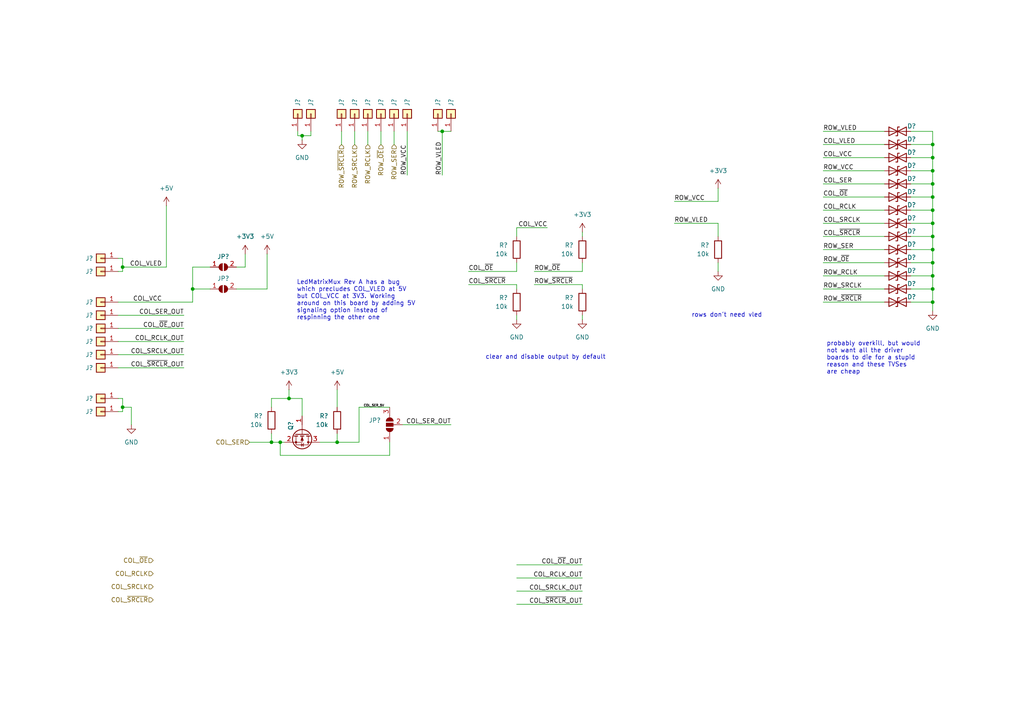
<source format=kicad_sch>
(kicad_sch (version 20231120) (generator "eeschema") (generator_version "8.0")
  (paper "A4")
  (lib_symbols
    (symbol "Connector_Generic:Conn_01x01" (pin_names (offset 1.016) hide)
      (property "Reference" "J" (at 0 2.54 0))
      (property "Value" "Conn_01x01" (at 0 -2.54 0))
      (symbol "Conn_01x01_1_1"
        (rectangle (start -1.27 0.127) (end 0 -0.127) (stroke (width 0.1524)))
        (rectangle (start -1.27 1.27) (end 1.27 -1.27) (stroke (width 0.254)) (fill (type background)))
        (pin passive line (at -5.08 0 0) (length 3.81) (name "Pin_1") (number "1"))
      )
    )
    (symbol "Device:D_TVS" (pin_numbers hide) (pin_names (offset 1.016) hide)
      (property "Reference" "D" (at 0 2.54 0))
      (property "Value" "D_TVS" (at 0 -2.54 0))
      (symbol "D_TVS_0_1"
        (polyline (pts (xy 1.27 0) (xy -1.27 0)))
        (polyline (pts (xy 0.508 1.27) (xy 0 1.27) (xy 0 -1.27) (xy -0.508 -1.27)) (stroke (width 0.254)))
        (polyline (pts (xy -2.54 1.27) (xy -2.54 -1.27) (xy 2.54 1.27) (xy 2.54 -1.27) (xy -2.54 1.27)) (stroke (width 0.254)))
      )
      (symbol "D_TVS_1_1"
        (pin passive line (at -3.81 0 0) (length 2.54) (name "A1") (number "1"))
        (pin passive line (at 3.81 0 180) (length 2.54) (name "A2") (number "2"))
      )
    )
    (symbol "Device:Q_NMOS_GSD" (pin_names (offset 0) hide)
      (property "Reference" "Q" (at 5.08 1.27 0))
      (property "Value" "Q_NMOS_GSD" (at 5.08 -1.27 0))
      (symbol "Q_NMOS_GSD_0_1"
        (polyline (pts (xy 0.254 0) (xy -2.54 0)))
        (polyline (pts (xy 0.254 1.905) (xy 0.254 -1.905)) (stroke (width 0.254)))
        (polyline (pts (xy 0.762 -1.27) (xy 0.762 -2.286)) (stroke (width 0.254)))
        (polyline (pts (xy 0.762 0.508) (xy 0.762 -0.508)) (stroke (width 0.254)))
        (polyline (pts (xy 0.762 2.286) (xy 0.762 1.27)) (stroke (width 0.254)))
        (polyline (pts (xy 2.54 2.54) (xy 2.54 1.778)))
        (polyline (pts (xy 2.54 -2.54) (xy 2.54 0) (xy 0.762 0)))
        (polyline (pts (xy 0.762 -1.778) (xy 3.302 -1.778) (xy 3.302 1.778) (xy 0.762 1.778)))
        (polyline (pts (xy 1.016 0) (xy 2.032 0.381) (xy 2.032 -0.381) (xy 1.016 0)) (fill (type outline)))
        (polyline (pts (xy 2.794 0.508) (xy 2.921 0.381) (xy 3.683 0.381) (xy 3.81 0.254)))
        (polyline (pts (xy 3.302 0.381) (xy 2.921 -0.254) (xy 3.683 -0.254) (xy 3.302 0.381)))
        (circle (center 1.651 0) (radius 2.794) (stroke (width 0.254)))
        (circle (center 2.54 -1.778) (radius 0.254) (fill (type outline)))
        (circle (center 2.54 1.778) (radius 0.254) (fill (type outline)))
      )
      (symbol "Q_NMOS_GSD_1_1"
        (pin input line (at -5.08 0 0) (length 2.54) (name "G") (number "1"))
        (pin passive line (at 2.54 -5.08 90) (length 2.54) (name "S") (number "2"))
        (pin passive line (at 2.54 5.08 270) (length 2.54) (name "D") (number "3"))
      )
    )
    (symbol "Device:R" (pin_numbers hide) (pin_names (offset 0))
      (property "Reference" "R" (at 2.032 0 90))
      (property "Value" "R" (at 0 0 90))
      (symbol "R_0_1"
        (rectangle (start -1.016 -2.54) (end 1.016 2.54) (stroke (width 0.254)))
      )
      (symbol "R_1_1"
        (pin passive line (at 0 3.81 270) (length 1.27) (name "~") (number "1"))
        (pin passive line (at 0 -3.81 90) (length 1.27) (name "~") (number "2"))
      )
    )
    (symbol "Jumper:SolderJumper_2_Open" (pin_names (offset 0) hide)
      (property "Reference" "JP" (at 0 2.032 0))
      (property "Value" "SolderJumper_2_Open" (at 0 -2.54 0))
      (symbol "SolderJumper_2_Open_0_1"
        (arc (start -0.254 1.016) (mid -1.2656 0) (end -0.254 -1.016))
        (arc (start -0.254 1.016) (mid -1.2656 0) (end -0.254 -1.016) (fill (type outline)))
        (polyline (pts (xy -0.254 1.016) (xy -0.254 -1.016)))
        (polyline (pts (xy 0.254 1.016) (xy 0.254 -1.016)))
        (arc (start 0.254 -1.016) (mid 1.2656 0) (end 0.254 1.016))
        (arc (start 0.254 -1.016) (mid 1.2656 0) (end 0.254 1.016) (fill (type outline)))
      )
      (symbol "SolderJumper_2_Open_1_1"
        (pin passive line (at -3.81 0 0) (length 2.54) (name "A") (number "1"))
        (pin passive line (at 3.81 0 180) (length 2.54) (name "B") (number "2"))
      )
    )
    (symbol "Jumper:SolderJumper_3_Open" (pin_names (offset 0) hide)
      (property "Reference" "JP" (at -2.54 -2.54 0))
      (property "Value" "SolderJumper_3_Open" (at 0 2.794 0))
      (symbol "SolderJumper_3_Open_0_1"
        (arc (start -1.016 1.016) (mid -2.0276 0) (end -1.016 -1.016))
        (arc (start -1.016 1.016) (mid -2.0276 0) (end -1.016 -1.016) (fill (type outline)))
        (rectangle (start -0.508 1.016) (end 0.508 -1.016) (fill (type outline)))
        (polyline (pts (xy -2.54 0) (xy -2.032 0)))
        (polyline (pts (xy -1.016 1.016) (xy -1.016 -1.016)))
        (polyline (pts (xy 0 -1.27) (xy 0 -1.016)))
        (polyline (pts (xy 1.016 1.016) (xy 1.016 -1.016)))
        (polyline (pts (xy 2.54 0) (xy 2.032 0)))
        (arc (start 1.016 -1.016) (mid 2.0276 0) (end 1.016 1.016))
        (arc (start 1.016 -1.016) (mid 2.0276 0) (end 1.016 1.016) (fill (type outline)))
      )
      (symbol "SolderJumper_3_Open_1_1"
        (pin passive line (at -5.08 0 0) (length 2.54) (name "A") (number "1"))
        (pin passive line (at 0 -3.81 90) (length 2.54) (name "C") (number "2"))
        (pin passive line (at 5.08 0 180) (length 2.54) (name "B") (number "3"))
      )
    )
    (symbol "power:+3V3" (power) (pin_numbers hide) (pin_names (offset 0) hide)
      (property "Value" "+3V3" (at 0 3.556 0))
      (symbol "+3V3_0_1"
        (polyline (pts (xy -0.762 1.27) (xy 0 2.54)))
        (polyline (pts (xy 0 0) (xy 0 2.54)))
        (polyline (pts (xy 0 2.54) (xy 0.762 1.27)))
      )
      (symbol "+3V3_1_1"
        (pin power_in line (at 0 0 90) (length 0) (name "~") (number "1"))
      )
    )
    (symbol "power:+5V" (power) (pin_numbers hide) (pin_names (offset 0) hide)
      (property "Value" "+5V" (at 0 3.556 0))
      (symbol "+5V_0_1"
        (polyline (pts (xy -0.762 1.27) (xy 0 2.54)))
        (polyline (pts (xy 0 0) (xy 0 2.54)))
        (polyline (pts (xy 0 2.54) (xy 0.762 1.27)))
      )
      (symbol "+5V_1_1"
        (pin power_in line (at 0 0 90) (length 0) (name "~") (number "1"))
      )
    )
    (symbol "power:GND" (power) (pin_numbers hide) (pin_names (offset 0) hide)
      (property "Value" "GND" (at 0 -3.81 0))
      (symbol "GND_0_1"
        (polyline (pts (xy 0 0) (xy 0 -1.27) (xy 1.27 -1.27) (xy 0 -2.54) (xy -1.27 -1.27) (xy 0 -1.27)))
      )
      (symbol "GND_1_1"
        (pin power_in line (at 0 0 270) (length 0) (name "~") (number "1"))
      )
    )
  )
  (junction (at 270.51 53.34))
  (junction (at 270.51 41.91))
  (junction (at 97.79 128.27))
  (junction (at 270.51 68.58))
  (junction (at 270.51 72.39))
  (junction (at 270.51 80.01))
  (junction (at 83.82 115.57))
  (junction (at 78.74 128.27))
  (junction (at 87.63 39.37))
  (junction (at 81.28 128.27))
  (junction (at 270.51 64.77))
  (junction (at 270.51 87.63))
  (junction (at 270.51 60.96))
  (junction (at 270.51 57.15))
  (junction (at 35.56 77.47))
  (junction (at 270.51 76.2))
  (junction (at 270.51 49.53))
  (junction (at 128.27 38.1))
  (junction (at 55.88 83.82))
  (junction (at 35.56 118.11))
  (junction (at 270.51 45.72))
  (junction (at 270.51 83.82))
  (wire (pts (xy 264.16 57.15) (xy 270.51 57.15)))
  (wire (pts (xy 71.12 77.47) (xy 71.12 73.66)))
  (wire (pts (xy 35.56 115.57) (xy 35.56 118.11)))
  (wire (pts (xy 208.28 54.61) (xy 208.28 58.42)))
  (wire (pts (xy 154.94 78.74) (xy 168.91 78.74)))
  (wire (pts (xy 90.17 39.37) (xy 87.63 39.37)))
  (wire (pts (xy 34.29 91.44) (xy 53.34 91.44)))
  (wire (pts (xy 168.91 92.71) (xy 168.91 91.44)))
  (wire (pts (xy 264.16 53.34) (xy 270.51 53.34)))
  (wire (pts (xy 35.56 74.93) (xy 34.29 74.93)))
  (wire (pts (xy 149.86 171.45) (xy 168.91 171.45)))
  (wire (pts (xy 90.17 38.1) (xy 90.17 39.37)))
  (wire (pts (xy 78.74 115.57) (xy 83.82 115.57)))
  (wire (pts (xy 128.27 38.1) (xy 130.81 38.1)))
  (wire (pts (xy 35.56 77.47) (xy 48.26 77.47)))
  (wire (pts (xy 168.91 67.31) (xy 168.91 68.58)))
  (wire (pts (xy 110.49 38.1) (xy 110.49 41.91)))
  (wire (pts (xy 208.28 64.77) (xy 208.28 68.58)))
  (wire (pts (xy 264.16 80.01) (xy 270.51 80.01)))
  (wire (pts (xy 86.36 38.1) (xy 86.36 39.37)))
  (wire (pts (xy 78.74 118.11) (xy 78.74 115.57)))
  (wire (pts (xy 118.11 38.1) (xy 118.11 50.8)))
  (wire (pts (xy 104.14 128.27) (xy 97.79 128.27)))
  (wire (pts (xy 238.76 38.1) (xy 256.54 38.1)))
  (wire (pts (xy 264.16 38.1) (xy 270.51 38.1)))
  (wire (pts (xy 34.29 99.06) (xy 53.34 99.06)))
  (wire (pts (xy 72.39 128.27) (xy 78.74 128.27)))
  (wire (pts (xy 38.1 123.19) (xy 38.1 118.11)))
  (wire (pts (xy 270.51 80.01) (xy 270.51 83.82)))
  (wire (pts (xy 128.27 38.1) (xy 128.27 50.8)))
  (wire (pts (xy 270.51 68.58) (xy 270.51 72.39)))
  (wire (pts (xy 168.91 76.2) (xy 168.91 78.74)))
  (wire (pts (xy 238.76 49.53) (xy 256.54 49.53)))
  (wire (pts (xy 34.29 78.74) (xy 35.56 78.74)))
  (wire (pts (xy 270.51 76.2) (xy 270.51 80.01)))
  (wire (pts (xy 92.71 128.27) (xy 97.79 128.27)))
  (wire (pts (xy 35.56 74.93) (xy 35.56 77.47)))
  (wire (pts (xy 34.29 115.57) (xy 35.56 115.57)))
  (wire (pts (xy 238.76 53.34) (xy 256.54 53.34)))
  (wire (pts (xy 238.76 87.63) (xy 256.54 87.63)))
  (wire (pts (xy 55.88 87.63) (xy 55.88 83.82)))
  (wire (pts (xy 97.79 113.03) (xy 97.79 118.11)))
  (wire (pts (xy 238.76 76.2) (xy 256.54 76.2)))
  (wire (pts (xy 270.51 64.77) (xy 270.51 68.58)))
  (wire (pts (xy 135.89 82.55) (xy 149.86 82.55)))
  (wire (pts (xy 135.89 78.74) (xy 149.86 78.74)))
  (wire (pts (xy 264.16 72.39) (xy 270.51 72.39)))
  (wire (pts (xy 34.29 95.25) (xy 53.34 95.25)))
  (wire (pts (xy 264.16 68.58) (xy 270.51 68.58)))
  (wire (pts (xy 34.29 106.68) (xy 53.34 106.68)))
  (wire (pts (xy 83.82 115.57) (xy 87.63 115.57)))
  (wire (pts (xy 149.86 167.64) (xy 168.91 167.64)))
  (wire (pts (xy 270.51 87.63) (xy 270.51 90.17)))
  (wire (pts (xy 238.76 45.72) (xy 256.54 45.72)))
  (wire (pts (xy 68.58 77.47) (xy 71.12 77.47)))
  (wire (pts (xy 264.16 76.2) (xy 270.51 76.2)))
  (wire (pts (xy 154.94 82.55) (xy 168.91 82.55)))
  (wire (pts (xy 99.06 38.1) (xy 99.06 41.91)))
  (wire (pts (xy 127 38.1) (xy 128.27 38.1)))
  (wire (pts (xy 149.86 76.2) (xy 149.86 78.74)))
  (wire (pts (xy 149.86 82.55) (xy 149.86 83.82)))
  (wire (pts (xy 238.76 41.91) (xy 256.54 41.91)))
  (wire (pts (xy 81.28 132.08) (xy 81.28 128.27)))
  (wire (pts (xy 78.74 125.73) (xy 78.74 128.27)))
  (wire (pts (xy 78.74 128.27) (xy 81.28 128.27)))
  (wire (pts (xy 238.76 68.58) (xy 256.54 68.58)))
  (wire (pts (xy 149.86 163.83) (xy 168.91 163.83)))
  (wire (pts (xy 83.82 113.03) (xy 83.82 115.57)))
  (wire (pts (xy 114.3 38.1) (xy 114.3 41.91)))
  (wire (pts (xy 35.56 118.11) (xy 35.56 119.38)))
  (wire (pts (xy 149.86 175.26) (xy 168.91 175.26)))
  (wire (pts (xy 270.51 41.91) (xy 270.51 45.72)))
  (wire (pts (xy 149.86 92.71) (xy 149.86 91.44)))
  (wire (pts (xy 238.76 57.15) (xy 256.54 57.15)))
  (wire (pts (xy 238.76 83.82) (xy 256.54 83.82)))
  (wire (pts (xy 55.88 83.82) (xy 55.88 77.47)))
  (wire (pts (xy 113.03 118.11) (xy 104.14 118.11)))
  (wire (pts (xy 77.47 83.82) (xy 77.47 73.66)))
  (wire (pts (xy 116.84 123.19) (xy 130.81 123.19)))
  (wire (pts (xy 87.63 115.57) (xy 87.63 120.65)))
  (wire (pts (xy 113.03 128.27) (xy 113.03 132.08)))
  (wire (pts (xy 34.29 102.87) (xy 53.34 102.87)))
  (wire (pts (xy 87.63 40.64) (xy 87.63 39.37)))
  (wire (pts (xy 264.16 41.91) (xy 270.51 41.91)))
  (wire (pts (xy 238.76 60.96) (xy 256.54 60.96)))
  (wire (pts (xy 238.76 64.77) (xy 256.54 64.77)))
  (wire (pts (xy 87.63 39.37) (xy 86.36 39.37)))
  (wire (pts (xy 97.79 125.73) (xy 97.79 128.27)))
  (wire (pts (xy 270.51 83.82) (xy 270.51 87.63)))
  (wire (pts (xy 149.86 66.04) (xy 149.86 68.58)))
  (wire (pts (xy 270.51 60.96) (xy 270.51 64.77)))
  (wire (pts (xy 81.28 128.27) (xy 82.55 128.27)))
  (wire (pts (xy 34.29 119.38) (xy 35.56 119.38)))
  (wire (pts (xy 264.16 64.77) (xy 270.51 64.77)))
  (wire (pts (xy 102.87 38.1) (xy 102.87 41.91)))
  (wire (pts (xy 68.58 83.82) (xy 77.47 83.82)))
  (wire (pts (xy 38.1 118.11) (xy 35.56 118.11)))
  (wire (pts (xy 270.51 45.72) (xy 270.51 49.53)))
  (wire (pts (xy 270.51 49.53) (xy 270.51 53.34)))
  (wire (pts (xy 270.51 57.15) (xy 270.51 60.96)))
  (wire (pts (xy 270.51 72.39) (xy 270.51 76.2)))
  (wire (pts (xy 168.91 82.55) (xy 168.91 83.82)))
  (wire (pts (xy 270.51 53.34) (xy 270.51 57.15)))
  (wire (pts (xy 264.16 60.96) (xy 270.51 60.96)))
  (wire (pts (xy 264.16 49.53) (xy 270.51 49.53)))
  (wire (pts (xy 158.75 66.04) (xy 149.86 66.04)))
  (wire (pts (xy 55.88 77.47) (xy 60.96 77.47)))
  (wire (pts (xy 113.03 132.08) (xy 81.28 132.08)))
  (wire (pts (xy 238.76 80.01) (xy 256.54 80.01)))
  (wire (pts (xy 106.68 38.1) (xy 106.68 41.91)))
  (wire (pts (xy 55.88 83.82) (xy 60.96 83.82)))
  (wire (pts (xy 264.16 83.82) (xy 270.51 83.82)))
  (wire (pts (xy 238.76 72.39) (xy 256.54 72.39)))
  (wire (pts (xy 34.29 87.63) (xy 55.88 87.63)))
  (wire (pts (xy 264.16 45.72) (xy 270.51 45.72)))
  (wire (pts (xy 270.51 38.1) (xy 270.51 41.91)))
  (wire (pts (xy 104.14 118.11) (xy 104.14 128.27)))
  (wire (pts (xy 48.26 59.69) (xy 48.26 77.47)))
  (wire (pts (xy 264.16 87.63) (xy 270.51 87.63)))
  (wire (pts (xy 195.58 64.77) (xy 208.28 64.77)))
  (wire (pts (xy 208.28 78.74) (xy 208.28 76.2)))
  (wire (pts (xy 208.28 58.42) (xy 195.58 58.42)))
  (wire (pts (xy 35.56 77.47) (xy 35.56 78.74)))
  (text_box "probably overkill, but would not want all the driver boards to die for a stupid reason and these TVSes are cheap" (at 238.76 97.79 0) (size 29.21 13.97) (stroke (width -0.0001)) (effects (font (size 1.27 1.27)) (justify left top)))
  (text_box "LedMatrixMux Rev A has a bug which precludes COL_VLED at 5V but COL_VCC at 3V3. Working around on this board by adding 5V signaling option instead of respinning the other one" (at 85.09 80.01 0) (size 36.83 19.05) (stroke (width -0.0001)) (effects (font (size 1.27 1.27)) (justify left top)))
  (text "clear and disable output by default" (at 158.242 103.632 0) (effects (font (size 1.27 1.27))))
  (text "rows don't need vled" (at 210.82 91.44 0) (effects (font (size 1.27 1.27))))
  (label "COL_VLED" (at 238.76 41.91 0))
  (label "ROW_SER" (at 238.76 72.39 0))
  (label "ROW_VCC" (at 238.76 49.53 0))
  (label "ROW_SRCLK" (at 238.76 83.82 0))
  (label "COL_SER_OUT" (at 53.34 91.44 180))
  (label "COL_VLED" (at 46.99 77.47 180))
  (label "COL_~{SRCLR}" (at 135.89 82.55 0))
  (label "COL_RCLK_OUT" (at 168.91 167.64 180))
  (label "COL_~{OE}_OUT" (at 53.34 95.25 180))
  (label "ROW_~{OE}" (at 154.94 78.74 0))
  (label "COL_~{OE}" (at 135.89 78.74 0))
  (label "ROW_VLED" (at 195.58 64.77 0))
  (label "ROW_RCLK" (at 238.76 80.01 0))
  (label "COL_VCC" (at 158.75 66.04 180))
  (label "COL_VCC" (at 46.99 87.63 180))
  (label "COL_SRCLK_OUT" (at 53.34 102.87 180))
  (label "COL_VCC" (at 238.76 45.72 0))
  (label "COL_~{OE}" (at 238.76 57.15 0))
  (label "COL_RCLK_OUT" (at 53.34 99.06 180))
  (label "COL_~{SRCLR}_OUT" (at 168.91 175.26 180))
  (label "ROW_~{SRCLR}" (at 238.76 87.63 0))
  (label "COL_SRCLK_OUT" (at 168.91 171.45 180))
  (label "COL_SRCLK" (at 238.76 64.77 0))
  (label "COL_~{SRCLR}_OUT" (at 53.34 106.68 180))
  (label "COL_~{OE}_OUT" (at 168.91 163.83 180))
  (label "ROW_VCC" (at 195.58 58.42 0))
  (label "ROW_VLED" (at 238.76 38.1 0))
  (label "COL_SER_OUT" (at 130.81 123.19 180))
  (label "ROW_VCC" (at 118.11 50.8 90))
  (label "ROW_~{OE}" (at 238.76 76.2 0))
  (label "COL_SER_5V" (at 105.41 118.11 0) (effects (font (size 0.65 0.65))))
  (label "COL_RCLK" (at 238.76 60.96 0))
  (label "COL_~{SRCLR}" (at 238.76 68.58 0))
  (label "ROW_VLED" (at 128.27 50.8 90))
  (label "COL_SER" (at 238.76 53.34 0))
  (label "ROW_~{SRCLR}" (at 154.94 82.55 0))
  (hierarchical_label "COL_SRCLK" (shape input) (at 44.45 170.18 180))
  (hierarchical_label "ROW_~{OE}" (shape input) (at 110.49 41.91 270))
  (hierarchical_label "ROW_SER" (shape input) (at 114.3 41.91 270))
  (hierarchical_label "COL_SER" (shape input) (at 72.39 128.27 180))
  (hierarchical_label "ROW_SRCLK" (shape input) (at 102.87 41.91 270))
  (hierarchical_label "ROW_~{SRCLR}" (shape input) (at 99.06 41.91 270))
  (hierarchical_label "ROW_RCLK" (shape input) (at 106.68 41.91 270))
  (hierarchical_label "COL_RCLK" (shape input) (at 44.45 166.37 180))
  (hierarchical_label "COL_~{OE}" (shape input) (at 44.45 162.56 180))
  (hierarchical_label "COL_~{SRCLR}" (shape input) (at 44.45 173.99 180))
  (symbol (lib_id "Device:D_TVS") (at 260.35 76.2 0) (unit 1)
    (property "Reference" "D?" (at 264.414 74.676 0))
    (property "Value" "H5VL10B" (effects (hide yes)))
    (property "Footprint" "can:DFN1006_TVS" (effects (hide yes)))
    (property "Description" "Bidirectional transient-voltage-suppression diode" (effects (hide yes)))
    (property "LCSC" "C7420372" (effects (hide yes)))
  )
  (symbol (lib_id "power:+5V") (at 48.26 59.69 0) (unit 1)
    (property "Reference" "#PWR05" (effects (hide yes)))
    (property "Value" "+5V" (at 48.26 54.61 0))
    (property "Description" "Power symbol creates a global label with name \"+5V\"" (effects (hide yes)))
  )
  (symbol (lib_id "Jumper:SolderJumper_2_Open") (at 64.77 83.82 0) (unit 1)
    (property "Reference" "JP?" (at 64.77 80.772 0))
    (property "Value" "SolderJumper_2_Open" (effects (hide yes)))
    (property "Footprint" "Jumper:SolderJumper-2_P1.3mm_Open_RoundedPad1.0x1.5mm" (effects (hide yes)))
    (property "Description" "Solder Jumper, 2-pole, open" (effects (hide yes)))
  )
  (symbol (lib_id "Device:D_TVS") (at 260.35 38.1 0) (unit 1)
    (property "Reference" "D?" (at 264.414 36.576 0))
    (property "Value" "H5VL10B" (effects (hide yes)))
    (property "Footprint" "can:DFN1006_TVS" (effects (hide yes)))
    (property "Description" "Bidirectional transient-voltage-suppression diode" (effects (hide yes)))
    (property "LCSC" "C7420372" (effects (hide yes)))
  )
  (symbol (lib_id "Connector_Generic:Conn_01x01") (at 29.21 78.74 0) (mirror y) (unit 1)
    (property "Reference" "J?" (at 25.908 78.74 0))
    (property "Value" "Conn_01x01" (effects (hide yes)))
    (property "Footprint" "led-matrix:solder-pad-2.25mm" (effects (hide yes)))
    (property "Description" "Generic connector, single row, 01x01, script generated (kicad-library-utils/schlib/autogen/connector/)" (effects (hide yes)))
  )
  (symbol (lib_id "Device:D_TVS") (at 260.35 49.53 0) (unit 1)
    (property "Reference" "D?" (at 264.414 48.006 0))
    (property "Value" "H5VL10B" (effects (hide yes)))
    (property "Footprint" "can:DFN1006_TVS" (effects (hide yes)))
    (property "Description" "Bidirectional transient-voltage-suppression diode" (effects (hide yes)))
    (property "LCSC" "C7420372" (effects (hide yes)))
  )
  (symbol (lib_id "Connector_Generic:Conn_01x01") (at 102.87 33.02 270) (mirror x) (unit 1)
    (property "Reference" "J?" (at 102.87 29.718 0))
    (property "Value" "Conn_01x01" (effects (hide yes)))
    (property "Footprint" "led-matrix:solder-pad-2.25mm" (effects (hide yes)))
    (property "Description" "Generic connector, single row, 01x01, script generated (kicad-library-utils/schlib/autogen/connector/)" (effects (hide yes)))
  )
  (symbol (lib_id "power:GND") (at 208.28 78.74 0) (unit 1)
    (property "Reference" "#PWR06" (effects (hide yes)))
    (property "Value" "GND" (at 208.28 83.82 0))
    (property "Description" "Power symbol creates a global label with name \"GND\" , ground" (effects (hide yes)))
  )
  (symbol (lib_id "Device:D_TVS") (at 260.35 41.91 0) (unit 1)
    (property "Reference" "D?" (at 264.414 40.386 0))
    (property "Value" "H5VL10B" (effects (hide yes)))
    (property "Footprint" "can:DFN1006_TVS" (effects (hide yes)))
    (property "Description" "Bidirectional transient-voltage-suppression diode" (effects (hide yes)))
    (property "LCSC" "C7420372" (effects (hide yes)))
  )
  (symbol (lib_id "Connector_Generic:Conn_01x01") (at 29.21 106.68 0) (mirror y) (unit 1)
    (property "Reference" "J?" (at 25.908 106.68 0))
    (property "Value" "Conn_01x01" (effects (hide yes)))
    (property "Footprint" "led-matrix:solder-pad-2.25mm" (effects (hide yes)))
    (property "Description" "Generic connector, single row, 01x01, script generated (kicad-library-utils/schlib/autogen/connector/)" (effects (hide yes)))
  )
  (symbol (lib_id "Device:R") (at 78.74 121.92 0) (mirror y) (unit 1)
    (property "Reference" "R?" (at 76.2 120.6499 0) (effects (justify left)))
    (property "Value" "10k" (at 76.2 123.1899 0) (effects (justify left)))
    (property "Footprint" "Resistor_SMD:R_0402_1005Metric" (effects (hide yes)))
    (property "Description" "Resistor" (effects (hide yes)))
    (property "LCSC" "C25744" (effects (hide yes)))
  )
  (symbol (lib_id "power:+3V3") (at 168.91 67.31 0) (unit 1)
    (property "Reference" "#PWR081" (effects (hide yes)))
    (property "Value" "+3V3" (at 168.91 62.23 0))
    (property "Description" "Power symbol creates a global label with name \"+3V3\"" (effects (hide yes)))
  )
  (symbol (lib_id "Device:D_TVS") (at 260.35 87.63 0) (unit 1)
    (property "Reference" "D?" (at 264.414 86.106 0))
    (property "Value" "H5VL10B" (effects (hide yes)))
    (property "Footprint" "can:DFN1006_TVS" (effects (hide yes)))
    (property "Description" "Bidirectional transient-voltage-suppression diode" (effects (hide yes)))
    (property "LCSC" "C7420372" (effects (hide yes)))
  )
  (symbol (lib_id "Connector_Generic:Conn_01x01") (at 29.21 102.87 0) (mirror y) (unit 1)
    (property "Reference" "J?" (at 25.908 102.87 0))
    (property "Value" "Conn_01x01" (effects (hide yes)))
    (property "Footprint" "led-matrix:solder-pad-2.25mm" (effects (hide yes)))
    (property "Description" "Generic connector, single row, 01x01, script generated (kicad-library-utils/schlib/autogen/connector/)" (effects (hide yes)))
  )
  (symbol (lib_id "Connector_Generic:Conn_01x01") (at 29.21 95.25 0) (mirror y) (unit 1)
    (property "Reference" "J?" (at 25.908 95.25 0))
    (property "Value" "Conn_01x01" (effects (hide yes)))
    (property "Footprint" "led-matrix:solder-pad-2.25mm" (effects (hide yes)))
    (property "Description" "Generic connector, single row, 01x01, script generated (kicad-library-utils/schlib/autogen/connector/)" (effects (hide yes)))
  )
  (symbol (lib_id "Device:R") (at 168.91 87.63 0) (mirror y) (unit 1)
    (property "Reference" "R?" (at 166.37 86.3599 0) (effects (justify left)))
    (property "Value" "10k" (at 166.37 88.8999 0) (effects (justify left)))
    (property "Footprint" "Resistor_SMD:R_0402_1005Metric" (effects (hide yes)))
    (property "Description" "Resistor" (effects (hide yes)))
    (property "LCSC" "C25744" (effects (hide yes)))
  )
  (symbol (lib_id "Device:R") (at 208.28 72.39 0) (mirror y) (unit 1)
    (property "Reference" "R?" (at 205.74 71.1199 0) (effects (justify left)))
    (property "Value" "10k" (at 205.74 73.6599 0) (effects (justify left)))
    (property "Footprint" "Resistor_SMD:R_0402_1005Metric" (effects (hide yes)))
    (property "Description" "Resistor" (effects (hide yes)))
    (property "LCSC" "C25744" (effects (hide yes)))
  )
  (symbol (lib_id "Device:D_TVS") (at 260.35 53.34 0) (unit 1)
    (property "Reference" "D?" (at 264.414 51.816 0))
    (property "Value" "H5VL10B" (effects (hide yes)))
    (property "Footprint" "can:DFN1006_TVS" (effects (hide yes)))
    (property "Description" "Bidirectional transient-voltage-suppression diode" (effects (hide yes)))
    (property "LCSC" "C7420372" (effects (hide yes)))
  )
  (symbol (lib_id "power:GND") (at 168.91 92.71 0) (unit 1)
    (property "Reference" "#PWR065" (effects (hide yes)))
    (property "Value" "GND" (at 168.91 97.79 0))
    (property "Description" "Power symbol creates a global label with name \"GND\" , ground" (effects (hide yes)))
  )
  (symbol (lib_id "Device:D_TVS") (at 260.35 57.15 0) (unit 1)
    (property "Reference" "D?" (at 264.414 55.626 0))
    (property "Value" "H5VL10B" (effects (hide yes)))
    (property "Footprint" "can:DFN1006_TVS" (effects (hide yes)))
    (property "Description" "Bidirectional transient-voltage-suppression diode" (effects (hide yes)))
    (property "LCSC" "C7420372" (effects (hide yes)))
  )
  (symbol (lib_id "Connector_Generic:Conn_01x01") (at 29.21 115.57 0) (mirror y) (unit 1)
    (property "Reference" "J?" (at 25.908 115.57 0))
    (property "Value" "Conn_01x01" (effects (hide yes)))
    (property "Footprint" "led-matrix:solder-pad-2.25mm" (effects (hide yes)))
    (property "Description" "Generic connector, single row, 01x01, script generated (kicad-library-utils/schlib/autogen/connector/)" (effects (hide yes)))
  )
  (symbol (lib_id "Jumper:SolderJumper_3_Open") (at 113.03 123.19 90) (unit 1)
    (property "Reference" "JP?" (at 110.49 121.9199 90) (effects (justify left)))
    (property "Value" "SolderJumper_3_Open" (effects (hide yes)))
    (property "Footprint" "Jumper:SolderJumper-3_P1.3mm_Open_RoundedPad1.0x1.5mm" (effects (hide yes)))
    (property "Description" "Solder Jumper, 3-pole, open" (effects (hide yes)))
  )
  (symbol (lib_id "Device:D_TVS") (at 260.35 64.77 0) (unit 1)
    (property "Reference" "D?" (at 264.414 63.246 0))
    (property "Value" "H5VL10B" (effects (hide yes)))
    (property "Footprint" "can:DFN1006_TVS" (effects (hide yes)))
    (property "Description" "Bidirectional transient-voltage-suppression diode" (effects (hide yes)))
    (property "LCSC" "C7420372" (effects (hide yes)))
  )
  (symbol (lib_id "Connector_Generic:Conn_01x01") (at 90.17 33.02 270) (mirror x) (unit 1)
    (property "Reference" "J?" (at 90.17 29.718 0))
    (property "Value" "Conn_01x01" (effects (hide yes)))
    (property "Footprint" "led-matrix:solder-pad-2.25mm" (effects (hide yes)))
    (property "Description" "Generic connector, single row, 01x01, script generated (kicad-library-utils/schlib/autogen/connector/)" (effects (hide yes)))
  )
  (symbol (lib_id "Connector_Generic:Conn_01x01") (at 86.36 33.02 270) (mirror x) (unit 1)
    (property "Reference" "J?" (at 86.36 29.718 0))
    (property "Value" "Conn_01x01" (effects (hide yes)))
    (property "Footprint" "led-matrix:solder-pad-2.25mm" (effects (hide yes)))
    (property "Description" "Generic connector, single row, 01x01, script generated (kicad-library-utils/schlib/autogen/connector/)" (effects (hide yes)))
  )
  (symbol (lib_id "Connector_Generic:Conn_01x01") (at 110.49 33.02 270) (mirror x) (unit 1)
    (property "Reference" "J?" (at 110.49 29.718 0))
    (property "Value" "Conn_01x01" (effects (hide yes)))
    (property "Footprint" "led-matrix:solder-pad-2.25mm" (effects (hide yes)))
    (property "Description" "Generic connector, single row, 01x01, script generated (kicad-library-utils/schlib/autogen/connector/)" (effects (hide yes)))
  )
  (symbol (lib_id "Connector_Generic:Conn_01x01") (at 29.21 87.63 0) (mirror y) (unit 1)
    (property "Reference" "J?" (at 25.908 87.63 0))
    (property "Value" "Conn_01x01" (effects (hide yes)))
    (property "Footprint" "led-matrix:solder-pad-2.25mm" (effects (hide yes)))
    (property "Description" "Generic connector, single row, 01x01, script generated (kicad-library-utils/schlib/autogen/connector/)" (effects (hide yes)))
  )
  (symbol (lib_id "power:GND") (at 270.51 90.17 0) (unit 1)
    (property "Reference" "#PWR026" (effects (hide yes)))
    (property "Value" "GND" (at 270.51 95.25 0))
    (property "Description" "Power symbol creates a global label with name \"GND\" , ground" (effects (hide yes)))
  )
  (symbol (lib_id "power:+5V") (at 97.79 113.03 0) (unit 1)
    (property "Reference" "#PWR084" (effects (hide yes)))
    (property "Value" "+5V" (at 97.79 107.95 0))
    (property "Description" "Power symbol creates a global label with name \"+5V\"" (effects (hide yes)))
  )
  (symbol (lib_id "Connector_Generic:Conn_01x01") (at 29.21 74.93 0) (mirror y) (unit 1)
    (property "Reference" "J?" (at 25.908 74.93 0))
    (property "Value" "Conn_01x01" (effects (hide yes)))
    (property "Footprint" "led-matrix:solder-pad-2.25mm" (effects (hide yes)))
    (property "Description" "Generic connector, single row, 01x01, script generated (kicad-library-utils/schlib/autogen/connector/)" (effects (hide yes)))
  )
  (symbol (lib_id "Connector_Generic:Conn_01x01") (at 99.06 33.02 270) (mirror x) (unit 1)
    (property "Reference" "J?" (at 99.06 29.718 0))
    (property "Value" "Conn_01x01" (effects (hide yes)))
    (property "Footprint" "led-matrix:solder-pad-2.25mm" (effects (hide yes)))
    (property "Description" "Generic connector, single row, 01x01, script generated (kicad-library-utils/schlib/autogen/connector/)" (effects (hide yes)))
  )
  (symbol (lib_id "power:+3V3") (at 83.82 113.03 0) (unit 1)
    (property "Reference" "#PWR082" (effects (hide yes)))
    (property "Value" "+3V3" (at 83.82 107.95 0))
    (property "Description" "Power symbol creates a global label with name \"+3V3\"" (effects (hide yes)))
  )
  (symbol (lib_id "Device:R") (at 168.91 72.39 0) (mirror y) (unit 1)
    (property "Reference" "R?" (at 166.37 71.1199 0) (effects (justify left)))
    (property "Value" "10k" (at 166.37 73.6599 0) (effects (justify left)))
    (property "Footprint" "Resistor_SMD:R_0402_1005Metric" (effects (hide yes)))
    (property "Description" "Resistor" (effects (hide yes)))
    (property "LCSC" "C25744" (effects (hide yes)))
  )
  (symbol (lib_id "Connector_Generic:Conn_01x01") (at 130.81 33.02 270) (mirror x) (unit 1)
    (property "Reference" "J?" (at 130.81 29.718 0))
    (property "Value" "Conn_01x01" (effects (hide yes)))
    (property "Footprint" "led-matrix:solder-pad-2.25mm" (effects (hide yes)))
    (property "Description" "Generic connector, single row, 01x01, script generated (kicad-library-utils/schlib/autogen/connector/)" (effects (hide yes)))
  )
  (symbol (lib_id "Connector_Generic:Conn_01x01") (at 29.21 99.06 0) (mirror y) (unit 1)
    (property "Reference" "J?" (at 25.908 99.06 0))
    (property "Value" "Conn_01x01" (effects (hide yes)))
    (property "Footprint" "led-matrix:solder-pad-2.25mm" (effects (hide yes)))
    (property "Description" "Generic connector, single row, 01x01, script generated (kicad-library-utils/schlib/autogen/connector/)" (effects (hide yes)))
  )
  (symbol (lib_id "Connector_Generic:Conn_01x01") (at 127 33.02 270) (mirror x) (unit 1)
    (property "Reference" "J?" (at 127 29.718 0))
    (property "Value" "Conn_01x01" (effects (hide yes)))
    (property "Footprint" "led-matrix:solder-pad-2.25mm" (effects (hide yes)))
    (property "Description" "Generic connector, single row, 01x01, script generated (kicad-library-utils/schlib/autogen/connector/)" (effects (hide yes)))
  )
  (symbol (lib_id "Device:R") (at 149.86 87.63 0) (mirror y) (unit 1)
    (property "Reference" "R?" (at 147.32 86.3599 0) (effects (justify left)))
    (property "Value" "10k" (at 147.32 88.8999 0) (effects (justify left)))
    (property "Footprint" "Resistor_SMD:R_0402_1005Metric" (effects (hide yes)))
    (property "Description" "Resistor" (effects (hide yes)))
    (property "LCSC" "C25744" (effects (hide yes)))
  )
  (symbol (lib_id "Device:R") (at 97.79 121.92 0) (mirror y) (unit 1)
    (property "Reference" "R?" (at 95.25 120.6499 0) (effects (justify left)))
    (property "Value" "10k" (at 95.25 123.1899 0) (effects (justify left)))
    (property "Footprint" "Resistor_SMD:R_0402_1005Metric" (effects (hide yes)))
    (property "Description" "Resistor" (effects (hide yes)))
    (property "LCSC" "C25744" (effects (hide yes)))
  )
  (symbol (lib_id "Device:D_TVS") (at 260.35 45.72 0) (unit 1)
    (property "Reference" "D?" (at 264.414 44.196 0))
    (property "Value" "H5VL10B" (effects (hide yes)))
    (property "Footprint" "can:DFN1006_TVS" (effects (hide yes)))
    (property "Description" "Bidirectional transient-voltage-suppression diode" (effects (hide yes)))
    (property "LCSC" "C7420372" (effects (hide yes)))
  )
  (symbol (lib_id "Device:R") (at 149.86 72.39 0) (mirror y) (unit 1)
    (property "Reference" "R?" (at 147.32 71.1199 0) (effects (justify left)))
    (property "Value" "10k" (at 147.32 73.6599 0) (effects (justify left)))
    (property "Footprint" "Resistor_SMD:R_0402_1005Metric" (effects (hide yes)))
    (property "Description" "Resistor" (effects (hide yes)))
    (property "LCSC" "C25744" (effects (hide yes)))
  )
  (symbol (lib_id "Connector_Generic:Conn_01x01") (at 29.21 119.38 0) (mirror y) (unit 1)
    (property "Reference" "J?" (at 25.908 119.38 0))
    (property "Value" "Conn_01x01" (effects (hide yes)))
    (property "Footprint" "led-matrix:solder-pad-2.25mm" (effects (hide yes)))
    (property "Description" "Generic connector, single row, 01x01, script generated (kicad-library-utils/schlib/autogen/connector/)" (effects (hide yes)))
  )
  (symbol (lib_id "Device:D_TVS") (at 260.35 80.01 0) (unit 1)
    (property "Reference" "D?" (at 264.414 78.486 0))
    (property "Value" "H5VL10B" (effects (hide yes)))
    (property "Footprint" "can:DFN1006_TVS" (effects (hide yes)))
    (property "Description" "Bidirectional transient-voltage-suppression diode" (effects (hide yes)))
    (property "LCSC" "C7420372" (effects (hide yes)))
  )
  (symbol (lib_id "Device:D_TVS") (at 260.35 72.39 0) (unit 1)
    (property "Reference" "D?" (at 264.414 70.866 0))
    (property "Value" "H5VL10B" (effects (hide yes)))
    (property "Footprint" "can:DFN1006_TVS" (effects (hide yes)))
    (property "Description" "Bidirectional transient-voltage-suppression diode" (effects (hide yes)))
    (property "LCSC" "C7420372" (effects (hide yes)))
  )
  (symbol (lib_id "Jumper:SolderJumper_2_Open") (at 64.77 77.47 0) (unit 1)
    (property "Reference" "JP?" (at 64.77 74.422 0))
    (property "Value" "SolderJumper_2_Open" (effects (hide yes)))
    (property "Footprint" "Jumper:SolderJumper-2_P1.3mm_Open_RoundedPad1.0x1.5mm" (effects (hide yes)))
    (property "Description" "Solder Jumper, 2-pole, open" (effects (hide yes)))
  )
  (symbol (lib_id "Connector_Generic:Conn_01x01") (at 114.3 33.02 270) (mirror x) (unit 1)
    (property "Reference" "J?" (at 114.3 29.718 0))
    (property "Value" "Conn_01x01" (effects (hide yes)))
    (property "Footprint" "led-matrix:solder-pad-2.25mm" (effects (hide yes)))
    (property "Description" "Generic connector, single row, 01x01, script generated (kicad-library-utils/schlib/autogen/connector/)" (effects (hide yes)))
  )
  (symbol (lib_id "power:+3V3") (at 71.12 73.66 0) (unit 1)
    (property "Reference" "#PWR063" (effects (hide yes)))
    (property "Value" "+3V3" (at 71.12 68.58 0))
    (property "Description" "Power symbol creates a global label with name \"+3V3\"" (effects (hide yes)))
  )
  (symbol (lib_id "power:GND") (at 38.1 123.19 0) (unit 1)
    (property "Reference" "#PWR09" (effects (hide yes)))
    (property "Value" "GND" (at 38.1 128.27 0))
    (property "Description" "Power symbol creates a global label with name \"GND\" , ground" (effects (hide yes)))
  )
  (symbol (lib_id "power:GND") (at 87.63 40.64 0) (unit 1)
    (property "Reference" "#PWR04" (effects (hide yes)))
    (property "Value" "GND" (at 87.63 45.72 0))
    (property "Description" "Power symbol creates a global label with name \"GND\" , ground" (effects (hide yes)))
  )
  (symbol (lib_id "Connector_Generic:Conn_01x01") (at 29.21 91.44 0) (mirror y) (unit 1)
    (property "Reference" "J?" (at 25.908 91.44 0))
    (property "Value" "Conn_01x01" (effects (hide yes)))
    (property "Footprint" "led-matrix:solder-pad-2.25mm" (effects (hide yes)))
    (property "Description" "Generic connector, single row, 01x01, script generated (kicad-library-utils/schlib/autogen/connector/)" (effects (hide yes)))
  )
  (symbol (lib_id "power:+3V3") (at 208.28 54.61 0) (unit 1)
    (property "Reference" "#PWR08" (effects (hide yes)))
    (property "Value" "+3V3" (at 208.28 49.53 0))
    (property "Description" "Power symbol creates a global label with name \"+3V3\"" (effects (hide yes)))
  )
  (symbol (lib_id "Device:D_TVS") (at 260.35 83.82 0) (unit 1)
    (property "Reference" "D?" (at 264.414 82.296 0))
    (property "Value" "H5VL10B" (effects (hide yes)))
    (property "Footprint" "can:DFN1006_TVS" (effects (hide yes)))
    (property "Description" "Bidirectional transient-voltage-suppression diode" (effects (hide yes)))
    (property "LCSC" "C7420372" (effects (hide yes)))
  )
  (symbol (lib_id "Device:D_TVS") (at 260.35 60.96 0) (unit 1)
    (property "Reference" "D?" (at 264.414 59.436 0))
    (property "Value" "H5VL10B" (effects (hide yes)))
    (property "Footprint" "can:DFN1006_TVS" (effects (hide yes)))
    (property "Description" "Bidirectional transient-voltage-suppression diode" (effects (hide yes)))
    (property "LCSC" "C7420372" (effects (hide yes)))
  )
  (symbol (lib_id "power:GND") (at 149.86 92.71 0) (unit 1)
    (property "Reference" "#PWR083" (effects (hide yes)))
    (property "Value" "GND" (at 149.86 97.79 0))
    (property "Description" "Power symbol creates a global label with name \"GND\" , ground" (effects (hide yes)))
  )
  (symbol (lib_id "Device:Q_NMOS_GSD") (at 87.63 125.73 270) (unit 1)
    (property "Reference" "Q?" (at 84.328 122.174 0) (effects (justify left)))
    (property "Value" "HL2304" (effects (hide yes)))
    (property "Footprint" "PCM_Package_TO_SOT_SMD_AKL:SOT-23" (effects (hide yes)))
    (property "Description" "N-MOSFET transistor, gate/source/drain" (effects (hide yes)))
    (property "LCSC" "C7420346" (effects (hide yes)))
  )
  (symbol (lib_id "Connector_Generic:Conn_01x01") (at 118.11 33.02 270) (mirror x) (unit 1)
    (property "Reference" "J?" (at 118.11 29.718 0))
    (property "Value" "Conn_01x01" (effects (hide yes)))
    (property "Footprint" "led-matrix:solder-pad-2.25mm" (effects (hide yes)))
    (property "Description" "Generic connector, single row, 01x01, script generated (kicad-library-utils/schlib/autogen/connector/)" (effects (hide yes)))
  )
  (symbol (lib_id "Device:D_TVS") (at 260.35 68.58 0) (unit 1)
    (property "Reference" "D?" (at 264.414 67.056 0))
    (property "Value" "H5VL10B" (effects (hide yes)))
    (property "Footprint" "can:DFN1006_TVS" (effects (hide yes)))
    (property "Description" "Bidirectional transient-voltage-suppression diode" (effects (hide yes)))
    (property "LCSC" "C7420372" (effects (hide yes)))
  )
  (symbol (lib_id "Connector_Generic:Conn_01x01") (at 106.68 33.02 270) (mirror x) (unit 1)
    (property "Reference" "J?" (at 106.68 29.718 0))
    (property "Value" "Conn_01x01" (effects (hide yes)))
    (property "Footprint" "led-matrix:solder-pad-2.25mm" (effects (hide yes)))
    (property "Description" "Generic connector, single row, 01x01, script generated (kicad-library-utils/schlib/autogen/connector/)" (effects (hide yes)))
  )
  (symbol (lib_id "power:+5V") (at 77.47 73.66 0) (unit 1)
    (property "Reference" "#PWR064" (effects (hide yes)))
    (property "Value" "+5V" (at 77.47 68.58 0))
    (property "Description" "Power symbol creates a global label with name \"+5V\"" (effects (hide yes)))
  )
)
</source>
